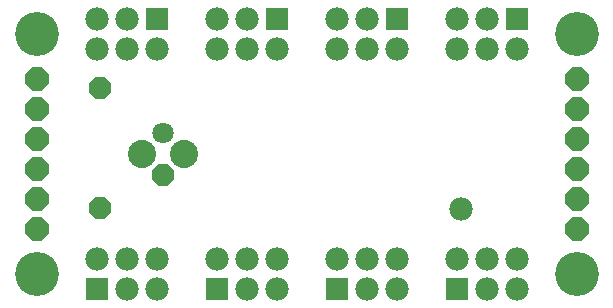
<source format=gbr>
G04 EAGLE Gerber RS-274X export*
G75*
%MOMM*%
%FSLAX34Y34*%
%LPD*%
%INSoldermask Bottom*%
%IPPOS*%
%AMOC8*
5,1,8,0,0,1.08239X$1,22.5*%
G01*
%ADD10P,2.034460X8X112.500000*%
%ADD11C,1.981200*%
%ADD12R,1.981200X1.981200*%
%ADD13C,3.719200*%
%ADD14P,2.144431X8X22.500000*%
%ADD15P,1.951982X8X292.500000*%
%ADD16C,1.803400*%
%ADD17C,2.387600*%


D10*
X78740Y81280D03*
X78740Y182880D03*
D11*
X76200Y38100D03*
X101600Y38100D03*
X127000Y38100D03*
D12*
X76200Y12700D03*
D11*
X101600Y12700D03*
X127000Y12700D03*
X177800Y38100D03*
X203200Y38100D03*
X228600Y38100D03*
D12*
X177800Y12700D03*
D11*
X203200Y12700D03*
X228600Y12700D03*
X279400Y38100D03*
X304800Y38100D03*
X330200Y38100D03*
D12*
X279400Y12700D03*
D11*
X304800Y12700D03*
X330200Y12700D03*
X381000Y38100D03*
X406400Y38100D03*
X431800Y38100D03*
D12*
X381000Y12700D03*
D11*
X406400Y12700D03*
X431800Y12700D03*
D13*
X25400Y228600D03*
X482600Y228600D03*
X25400Y25400D03*
X482600Y25400D03*
D14*
X25400Y190500D03*
X25400Y165100D03*
X25400Y139700D03*
X25400Y114300D03*
X25400Y88900D03*
X25400Y63500D03*
D15*
X132080Y109220D03*
D16*
X132080Y144780D03*
D14*
X482600Y190500D03*
X482600Y165100D03*
X482600Y139700D03*
X482600Y114300D03*
X482600Y88900D03*
X482600Y63500D03*
D11*
X431800Y215900D03*
X406400Y215900D03*
X381000Y215900D03*
D12*
X431800Y241300D03*
D11*
X406400Y241300D03*
X381000Y241300D03*
X330200Y215900D03*
X304800Y215900D03*
X279400Y215900D03*
D12*
X330200Y241300D03*
D11*
X304800Y241300D03*
X279400Y241300D03*
X228600Y215900D03*
X203200Y215900D03*
X177800Y215900D03*
D12*
X228600Y241300D03*
D11*
X203200Y241300D03*
X177800Y241300D03*
X127000Y215900D03*
X101600Y215900D03*
X76200Y215900D03*
D12*
X127000Y241300D03*
D11*
X101600Y241300D03*
X76200Y241300D03*
D17*
X150080Y127000D03*
X115080Y127000D03*
D11*
X384810Y80010D03*
M02*

</source>
